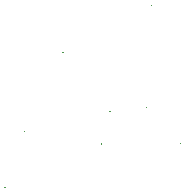
<source format=gbr>
G04 #@! TF.GenerationSoftware,KiCad,Pcbnew,9.0.4*
G04 #@! TF.CreationDate,2025-10-13T14:39:45-04:00*
G04 #@! TF.ProjectId,bldc motor controller,626c6463-206d-46f7-946f-7220636f6e74,rev?*
G04 #@! TF.SameCoordinates,Original*
G04 #@! TF.FileFunction,Other,User*
%FSLAX46Y46*%
G04 Gerber Fmt 4.6, Leading zero omitted, Abs format (unit mm)*
G04 Created by KiCad (PCBNEW 9.0.4) date 2025-10-13 14:39:45*
%MOMM*%
%LPD*%
G01*
G04 APERTURE LIST*
%ADD10C,0.000000*%
G04 APERTURE END LIST*
D10*
G04 #@! TO.C,SW2*
G36*
X150455433Y-93727039D02*
G01*
X150455433Y-93772961D01*
X150422961Y-93805433D01*
X150377039Y-93805433D01*
X150344567Y-93772961D01*
X150344567Y-93727039D01*
X150377039Y-93694567D01*
X150422961Y-93694567D01*
X150455433Y-93727039D01*
G37*
G04 #@! TO.C,SW1*
G36*
X143755433Y-93777039D02*
G01*
X143755433Y-93822961D01*
X143722961Y-93855433D01*
X143677039Y-93855433D01*
X143644567Y-93822961D01*
X143644567Y-93777039D01*
X143677039Y-93744567D01*
X143722961Y-93744567D01*
X143755433Y-93777039D01*
G37*
G04 #@! TO.C,LED1*
G36*
X135605933Y-97480539D02*
G01*
X135605933Y-97526461D01*
X135573461Y-97558933D01*
X135527539Y-97558933D01*
X135495067Y-97526461D01*
X135495067Y-97480539D01*
X135527539Y-97448067D01*
X135573461Y-97448067D01*
X135605933Y-97480539D01*
G37*
G04 #@! TO.C,U1*
G36*
X140505433Y-85976789D02*
G01*
X140505433Y-86022711D01*
X140472961Y-86055183D01*
X140427039Y-86055183D01*
X140394567Y-86022711D01*
X140394567Y-85976789D01*
X140427039Y-85944317D01*
X140472961Y-85944317D01*
X140505433Y-85976789D01*
G37*
G04 #@! TO.C,U6*
G36*
X148005433Y-82052039D02*
G01*
X148005433Y-82097961D01*
X147972961Y-82130433D01*
X147927039Y-82130433D01*
X147894567Y-82097961D01*
X147894567Y-82052039D01*
X147927039Y-82019567D01*
X147972961Y-82019567D01*
X148005433Y-82052039D01*
G37*
G04 #@! TO.C,U5*
G36*
X144485433Y-91047039D02*
G01*
X144485433Y-91092961D01*
X144452961Y-91125433D01*
X144407039Y-91125433D01*
X144374567Y-91092961D01*
X144374567Y-91047039D01*
X144407039Y-91014567D01*
X144452961Y-91014567D01*
X144485433Y-91047039D01*
G37*
G04 #@! TO.C,U3*
G36*
X147602428Y-90680039D02*
G01*
X147602428Y-90725961D01*
X147569956Y-90758433D01*
X147524034Y-90758433D01*
X147491562Y-90725961D01*
X147491562Y-90680039D01*
X147524034Y-90647567D01*
X147569956Y-90647567D01*
X147602428Y-90680039D01*
G37*
G04 #@! TO.C,U4*
G36*
X137255433Y-92691039D02*
G01*
X137255433Y-92736961D01*
X137222961Y-92769433D01*
X137177039Y-92769433D01*
X137144567Y-92736961D01*
X137144567Y-92691039D01*
X137177039Y-92658567D01*
X137222961Y-92658567D01*
X137255433Y-92691039D01*
G37*
G04 #@! TD*
M02*

</source>
